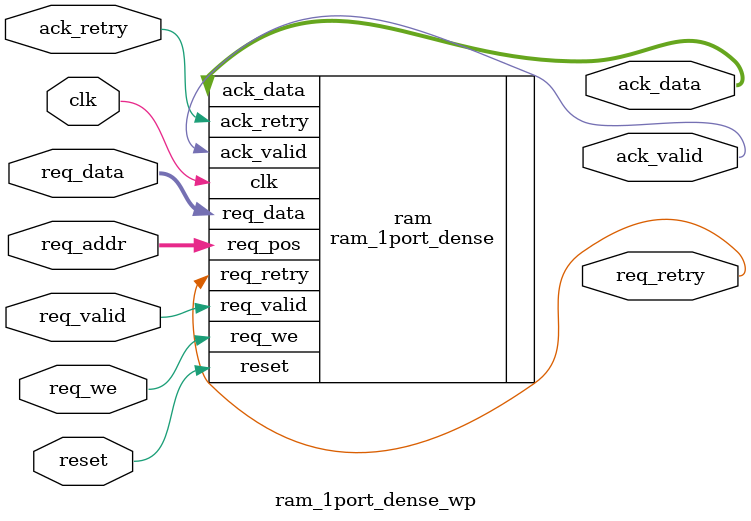
<source format=v>

`include "logfunc.h"

module ram_1port_dense_wp (
  input                            clk
 ,input                            reset

 ,input                            req_valid
 ,output                           req_retry
 ,input                            req_we
 ,input [8-1:0]                    req_addr
 ,input [16-1:0]                   req_data

 ,output                           ack_valid
 ,input                            ack_retry
 ,output [16-1:0]                  ack_data
 );

 ram_1port_dense 
  #(.Width(16), .Size(256), .Forward(1))
 ram (
   .clk         (clk)
  ,.reset       (reset)

  ,.req_valid   (req_valid)
  ,.req_retry   (req_retry)
  ,.req_we      (req_we)
  ,.req_pos     (req_addr)
  ,.req_data    (req_data)

  ,.ack_valid   (ack_valid)
  ,.ack_retry   (ack_retry)
  ,.ack_data    (ack_data)
  );

endmodule


</source>
